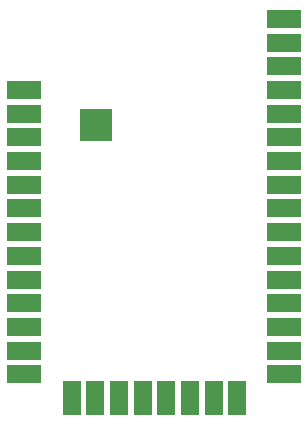
<source format=gtp>
G75*
%MOIN*%
%OFA0B0*%
%FSLAX25Y25*%
%IPPOS*%
%LPD*%
%AMOC8*
5,1,8,0,0,1.08239X$1,22.5*
%
%ADD10R,0.11200X0.06000*%
%ADD11R,0.06000X0.11200*%
%ADD12R,0.11000X0.11000*%
D10*
X0027700Y0068300D03*
X0027700Y0076200D03*
X0027700Y0084100D03*
X0027700Y0092000D03*
X0027700Y0099900D03*
X0027700Y0107800D03*
X0027700Y0115700D03*
X0027700Y0123600D03*
X0027700Y0131500D03*
X0027700Y0139400D03*
X0027700Y0147300D03*
X0027700Y0155200D03*
X0027700Y0163100D03*
X0114300Y0163100D03*
X0114300Y0171000D03*
X0114300Y0178900D03*
X0114300Y0186800D03*
X0114300Y0155200D03*
X0114300Y0147300D03*
X0114300Y0139400D03*
X0114300Y0131500D03*
X0114300Y0123600D03*
X0114300Y0115700D03*
X0114300Y0107800D03*
X0114300Y0099900D03*
X0114300Y0092000D03*
X0114300Y0084100D03*
X0114300Y0076200D03*
X0114300Y0068300D03*
D11*
X0043500Y0060400D03*
X0051400Y0060400D03*
X0059300Y0060400D03*
X0067200Y0060400D03*
X0075100Y0060400D03*
X0083000Y0060400D03*
X0090900Y0060400D03*
X0098800Y0060400D03*
D12*
X0051700Y0151400D03*
M02*

</source>
